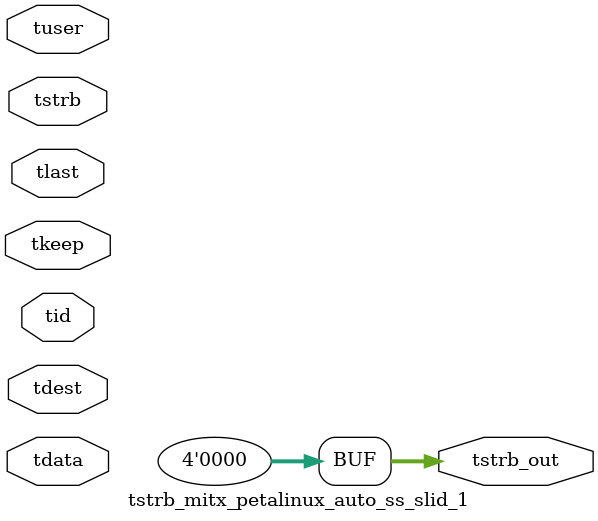
<source format=v>


`timescale 1ps/1ps

module tstrb_mitx_petalinux_auto_ss_slid_1 #
(
parameter C_S_AXIS_TDATA_WIDTH = 32,
parameter C_S_AXIS_TUSER_WIDTH = 0,
parameter C_S_AXIS_TID_WIDTH   = 0,
parameter C_S_AXIS_TDEST_WIDTH = 0,
parameter C_M_AXIS_TDATA_WIDTH = 32
)
(
input  [(C_S_AXIS_TDATA_WIDTH == 0 ? 1 : C_S_AXIS_TDATA_WIDTH)-1:0     ] tdata,
input  [(C_S_AXIS_TUSER_WIDTH == 0 ? 1 : C_S_AXIS_TUSER_WIDTH)-1:0     ] tuser,
input  [(C_S_AXIS_TID_WIDTH   == 0 ? 1 : C_S_AXIS_TID_WIDTH)-1:0       ] tid,
input  [(C_S_AXIS_TDEST_WIDTH == 0 ? 1 : C_S_AXIS_TDEST_WIDTH)-1:0     ] tdest,
input  [(C_S_AXIS_TDATA_WIDTH/8)-1:0 ] tkeep,
input  [(C_S_AXIS_TDATA_WIDTH/8)-1:0 ] tstrb,
input                                                                    tlast,
output [(C_M_AXIS_TDATA_WIDTH/8)-1:0 ] tstrb_out
);

assign tstrb_out = {1'b0};

endmodule


</source>
